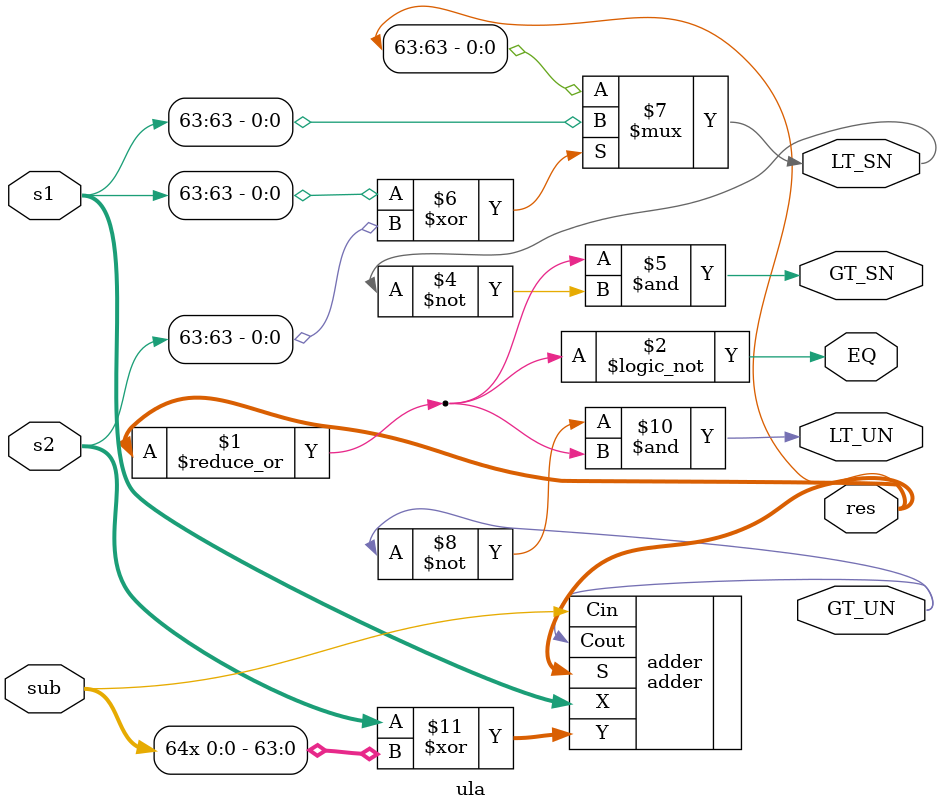
<source format=v>
module ula #(parameter SIZE = 64) (
  input wire[63:0] s1,
  input wire[63:0] s2,
  input wire sub,
  output wire[63:0] res,
  output wire EQ,
  output wire GT_SN,
  output wire LT_SN,
  output wire GT_UN,
  output wire LT_UN
);

  assign EQ = ~| res;
  assign GT_SN = ~EQ & ~LT_SN;
  assign LT_SN = (s1[63] ^ s2[63]) ? s1[63]: res[63];
  assign LT_UN = ~GT_UN & ~EQ;

  // Somador para calcular o resultado final
  adder #(.SIZE(SIZE)) adder (
    .X(s1),
    .Y(s2 ^ {SIZE{sub}}),
    .S(res),
    .Cin(sub),
    .Cout(GT_UN)
  );

endmodule
</source>
